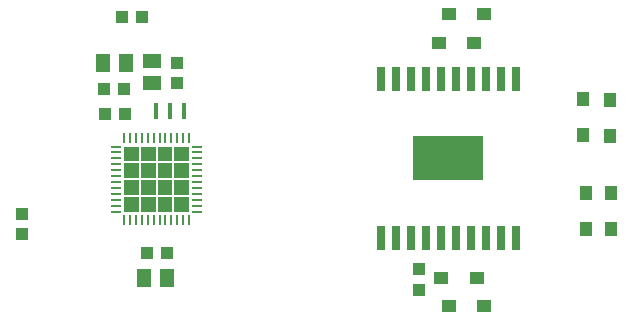
<source format=gbr>
G04 EAGLE Gerber RS-274X export*
G75*
%MOMM*%
%FSLAX34Y34*%
%LPD*%
%INSolderpaste Bottom*%
%IPPOS*%
%AMOC8*
5,1,8,0,0,1.08239X$1,22.5*%
G01*
%ADD10R,0.400000X1.399997*%
%ADD11R,0.254000X0.812800*%
%ADD12R,0.812800X0.254000*%
%ADD13R,1.100000X1.000000*%
%ADD14R,1.500000X1.300000*%
%ADD15R,1.300000X1.500000*%
%ADD16R,6.001059X3.800669*%
%ADD17R,0.700000X2.000000*%
%ADD18R,1.120000X1.240000*%
%ADD19R,1.000000X1.100000*%
%ADD20R,1.240000X1.120000*%

G36*
X169531Y201630D02*
X169531Y201630D01*
X169533Y201629D01*
X169576Y201649D01*
X169620Y201667D01*
X169621Y201669D01*
X169623Y201670D01*
X169656Y201755D01*
X169656Y213979D01*
X169655Y213981D01*
X169655Y213983D01*
X169636Y214026D01*
X169617Y214070D01*
X169615Y214071D01*
X169614Y214073D01*
X169529Y214106D01*
X157305Y214106D01*
X157303Y214105D01*
X157301Y214105D01*
X157258Y214086D01*
X157215Y214067D01*
X157214Y214065D01*
X157212Y214064D01*
X157179Y213979D01*
X157179Y201755D01*
X157180Y201753D01*
X157179Y201751D01*
X157199Y201708D01*
X157217Y201665D01*
X157219Y201664D01*
X157220Y201662D01*
X157305Y201629D01*
X169529Y201629D01*
X169531Y201630D01*
G37*
G36*
X155307Y201630D02*
X155307Y201630D01*
X155309Y201629D01*
X155352Y201649D01*
X155396Y201667D01*
X155397Y201669D01*
X155399Y201670D01*
X155432Y201755D01*
X155432Y213979D01*
X155431Y213981D01*
X155431Y213983D01*
X155412Y214026D01*
X155393Y214070D01*
X155391Y214071D01*
X155390Y214073D01*
X155305Y214106D01*
X143081Y214106D01*
X143079Y214105D01*
X143077Y214105D01*
X143034Y214086D01*
X142991Y214067D01*
X142990Y214065D01*
X142988Y214064D01*
X142955Y213979D01*
X142955Y201755D01*
X142956Y201753D01*
X142955Y201751D01*
X142975Y201708D01*
X142993Y201665D01*
X142995Y201664D01*
X142996Y201662D01*
X143081Y201629D01*
X155305Y201629D01*
X155307Y201630D01*
G37*
G36*
X141083Y201630D02*
X141083Y201630D01*
X141085Y201629D01*
X141128Y201649D01*
X141172Y201667D01*
X141173Y201669D01*
X141175Y201670D01*
X141208Y201755D01*
X141208Y213979D01*
X141207Y213981D01*
X141207Y213983D01*
X141188Y214026D01*
X141169Y214070D01*
X141167Y214071D01*
X141166Y214073D01*
X141081Y214106D01*
X128857Y214106D01*
X128855Y214105D01*
X128853Y214105D01*
X128810Y214086D01*
X128767Y214067D01*
X128766Y214065D01*
X128764Y214064D01*
X128731Y213979D01*
X128731Y201755D01*
X128732Y201753D01*
X128731Y201751D01*
X128751Y201708D01*
X128769Y201665D01*
X128771Y201664D01*
X128772Y201662D01*
X128857Y201629D01*
X141081Y201629D01*
X141083Y201630D01*
G37*
G36*
X126859Y201630D02*
X126859Y201630D01*
X126861Y201629D01*
X126904Y201649D01*
X126948Y201667D01*
X126949Y201669D01*
X126951Y201670D01*
X126984Y201755D01*
X126984Y213979D01*
X126983Y213981D01*
X126983Y213983D01*
X126964Y214026D01*
X126945Y214070D01*
X126943Y214071D01*
X126942Y214073D01*
X126857Y214106D01*
X114633Y214106D01*
X114631Y214105D01*
X114629Y214105D01*
X114586Y214086D01*
X114543Y214067D01*
X114542Y214065D01*
X114540Y214064D01*
X114507Y213979D01*
X114507Y201755D01*
X114508Y201753D01*
X114507Y201751D01*
X114527Y201708D01*
X114545Y201665D01*
X114547Y201664D01*
X114548Y201662D01*
X114633Y201629D01*
X126857Y201629D01*
X126859Y201630D01*
G37*
G36*
X169531Y187406D02*
X169531Y187406D01*
X169533Y187405D01*
X169576Y187425D01*
X169620Y187443D01*
X169621Y187445D01*
X169623Y187446D01*
X169656Y187531D01*
X169656Y199755D01*
X169655Y199757D01*
X169655Y199759D01*
X169636Y199802D01*
X169617Y199846D01*
X169615Y199847D01*
X169614Y199849D01*
X169529Y199882D01*
X157305Y199882D01*
X157303Y199881D01*
X157301Y199881D01*
X157258Y199862D01*
X157215Y199843D01*
X157214Y199841D01*
X157212Y199840D01*
X157179Y199755D01*
X157179Y187531D01*
X157180Y187529D01*
X157179Y187527D01*
X157199Y187484D01*
X157217Y187441D01*
X157219Y187440D01*
X157220Y187438D01*
X157305Y187405D01*
X169529Y187405D01*
X169531Y187406D01*
G37*
G36*
X126859Y187406D02*
X126859Y187406D01*
X126861Y187405D01*
X126904Y187425D01*
X126948Y187443D01*
X126949Y187445D01*
X126951Y187446D01*
X126984Y187531D01*
X126984Y199755D01*
X126983Y199757D01*
X126983Y199759D01*
X126964Y199802D01*
X126945Y199846D01*
X126943Y199847D01*
X126942Y199849D01*
X126857Y199882D01*
X114633Y199882D01*
X114631Y199881D01*
X114629Y199881D01*
X114586Y199862D01*
X114543Y199843D01*
X114542Y199841D01*
X114540Y199840D01*
X114507Y199755D01*
X114507Y187531D01*
X114508Y187529D01*
X114507Y187527D01*
X114527Y187484D01*
X114545Y187441D01*
X114547Y187440D01*
X114548Y187438D01*
X114633Y187405D01*
X126857Y187405D01*
X126859Y187406D01*
G37*
G36*
X141083Y187406D02*
X141083Y187406D01*
X141085Y187405D01*
X141128Y187425D01*
X141172Y187443D01*
X141173Y187445D01*
X141175Y187446D01*
X141208Y187531D01*
X141208Y199755D01*
X141207Y199757D01*
X141207Y199759D01*
X141188Y199802D01*
X141169Y199846D01*
X141167Y199847D01*
X141166Y199849D01*
X141081Y199882D01*
X128857Y199882D01*
X128855Y199881D01*
X128853Y199881D01*
X128810Y199862D01*
X128767Y199843D01*
X128766Y199841D01*
X128764Y199840D01*
X128731Y199755D01*
X128731Y187531D01*
X128732Y187529D01*
X128731Y187527D01*
X128751Y187484D01*
X128769Y187441D01*
X128771Y187440D01*
X128772Y187438D01*
X128857Y187405D01*
X141081Y187405D01*
X141083Y187406D01*
G37*
G36*
X155307Y187406D02*
X155307Y187406D01*
X155309Y187405D01*
X155352Y187425D01*
X155396Y187443D01*
X155397Y187445D01*
X155399Y187446D01*
X155432Y187531D01*
X155432Y199755D01*
X155431Y199757D01*
X155431Y199759D01*
X155412Y199802D01*
X155393Y199846D01*
X155391Y199847D01*
X155390Y199849D01*
X155305Y199882D01*
X143081Y199882D01*
X143079Y199881D01*
X143077Y199881D01*
X143034Y199862D01*
X142991Y199843D01*
X142990Y199841D01*
X142988Y199840D01*
X142955Y199755D01*
X142955Y187531D01*
X142956Y187529D01*
X142955Y187527D01*
X142975Y187484D01*
X142993Y187441D01*
X142995Y187440D01*
X142996Y187438D01*
X143081Y187405D01*
X155305Y187405D01*
X155307Y187406D01*
G37*
G36*
X141083Y173182D02*
X141083Y173182D01*
X141085Y173181D01*
X141128Y173201D01*
X141172Y173219D01*
X141173Y173221D01*
X141175Y173222D01*
X141208Y173307D01*
X141208Y185531D01*
X141207Y185533D01*
X141207Y185535D01*
X141188Y185578D01*
X141169Y185622D01*
X141167Y185623D01*
X141166Y185625D01*
X141081Y185658D01*
X128857Y185658D01*
X128855Y185657D01*
X128853Y185657D01*
X128810Y185638D01*
X128767Y185619D01*
X128766Y185617D01*
X128764Y185616D01*
X128731Y185531D01*
X128731Y173307D01*
X128732Y173305D01*
X128731Y173303D01*
X128751Y173260D01*
X128769Y173217D01*
X128771Y173216D01*
X128772Y173214D01*
X128857Y173181D01*
X141081Y173181D01*
X141083Y173182D01*
G37*
G36*
X169531Y173182D02*
X169531Y173182D01*
X169533Y173181D01*
X169576Y173201D01*
X169620Y173219D01*
X169621Y173221D01*
X169623Y173222D01*
X169656Y173307D01*
X169656Y185531D01*
X169655Y185533D01*
X169655Y185535D01*
X169636Y185578D01*
X169617Y185622D01*
X169615Y185623D01*
X169614Y185625D01*
X169529Y185658D01*
X157305Y185658D01*
X157303Y185657D01*
X157301Y185657D01*
X157258Y185638D01*
X157215Y185619D01*
X157214Y185617D01*
X157212Y185616D01*
X157179Y185531D01*
X157179Y173307D01*
X157180Y173305D01*
X157179Y173303D01*
X157199Y173260D01*
X157217Y173217D01*
X157219Y173216D01*
X157220Y173214D01*
X157305Y173181D01*
X169529Y173181D01*
X169531Y173182D01*
G37*
G36*
X155307Y173182D02*
X155307Y173182D01*
X155309Y173181D01*
X155352Y173201D01*
X155396Y173219D01*
X155397Y173221D01*
X155399Y173222D01*
X155432Y173307D01*
X155432Y185531D01*
X155431Y185533D01*
X155431Y185535D01*
X155412Y185578D01*
X155393Y185622D01*
X155391Y185623D01*
X155390Y185625D01*
X155305Y185658D01*
X143081Y185658D01*
X143079Y185657D01*
X143077Y185657D01*
X143034Y185638D01*
X142991Y185619D01*
X142990Y185617D01*
X142988Y185616D01*
X142955Y185531D01*
X142955Y173307D01*
X142956Y173305D01*
X142955Y173303D01*
X142975Y173260D01*
X142993Y173217D01*
X142995Y173216D01*
X142996Y173214D01*
X143081Y173181D01*
X155305Y173181D01*
X155307Y173182D01*
G37*
G36*
X126859Y173182D02*
X126859Y173182D01*
X126861Y173181D01*
X126904Y173201D01*
X126948Y173219D01*
X126949Y173221D01*
X126951Y173222D01*
X126984Y173307D01*
X126984Y185531D01*
X126983Y185533D01*
X126983Y185535D01*
X126964Y185578D01*
X126945Y185622D01*
X126943Y185623D01*
X126942Y185625D01*
X126857Y185658D01*
X114633Y185658D01*
X114631Y185657D01*
X114629Y185657D01*
X114586Y185638D01*
X114543Y185619D01*
X114542Y185617D01*
X114540Y185616D01*
X114507Y185531D01*
X114507Y173307D01*
X114508Y173305D01*
X114507Y173303D01*
X114527Y173260D01*
X114545Y173217D01*
X114547Y173216D01*
X114548Y173214D01*
X114633Y173181D01*
X126857Y173181D01*
X126859Y173182D01*
G37*
G36*
X155307Y158958D02*
X155307Y158958D01*
X155309Y158957D01*
X155352Y158977D01*
X155396Y158995D01*
X155397Y158997D01*
X155399Y158998D01*
X155432Y159083D01*
X155432Y171307D01*
X155431Y171309D01*
X155431Y171311D01*
X155412Y171354D01*
X155393Y171398D01*
X155391Y171399D01*
X155390Y171401D01*
X155305Y171434D01*
X143081Y171434D01*
X143079Y171433D01*
X143077Y171433D01*
X143034Y171414D01*
X142991Y171395D01*
X142990Y171393D01*
X142988Y171392D01*
X142955Y171307D01*
X142955Y159083D01*
X142956Y159081D01*
X142955Y159079D01*
X142975Y159036D01*
X142993Y158993D01*
X142995Y158992D01*
X142996Y158990D01*
X143081Y158957D01*
X155305Y158957D01*
X155307Y158958D01*
G37*
G36*
X141083Y158958D02*
X141083Y158958D01*
X141085Y158957D01*
X141128Y158977D01*
X141172Y158995D01*
X141173Y158997D01*
X141175Y158998D01*
X141208Y159083D01*
X141208Y171307D01*
X141207Y171309D01*
X141207Y171311D01*
X141188Y171354D01*
X141169Y171398D01*
X141167Y171399D01*
X141166Y171401D01*
X141081Y171434D01*
X128857Y171434D01*
X128855Y171433D01*
X128853Y171433D01*
X128810Y171414D01*
X128767Y171395D01*
X128766Y171393D01*
X128764Y171392D01*
X128731Y171307D01*
X128731Y159083D01*
X128732Y159081D01*
X128731Y159079D01*
X128751Y159036D01*
X128769Y158993D01*
X128771Y158992D01*
X128772Y158990D01*
X128857Y158957D01*
X141081Y158957D01*
X141083Y158958D01*
G37*
G36*
X126859Y158958D02*
X126859Y158958D01*
X126861Y158957D01*
X126904Y158977D01*
X126948Y158995D01*
X126949Y158997D01*
X126951Y158998D01*
X126984Y159083D01*
X126984Y171307D01*
X126983Y171309D01*
X126983Y171311D01*
X126964Y171354D01*
X126945Y171398D01*
X126943Y171399D01*
X126942Y171401D01*
X126857Y171434D01*
X114633Y171434D01*
X114631Y171433D01*
X114629Y171433D01*
X114586Y171414D01*
X114543Y171395D01*
X114542Y171393D01*
X114540Y171392D01*
X114507Y171307D01*
X114507Y159083D01*
X114508Y159081D01*
X114507Y159079D01*
X114527Y159036D01*
X114545Y158993D01*
X114547Y158992D01*
X114548Y158990D01*
X114633Y158957D01*
X126857Y158957D01*
X126859Y158958D01*
G37*
G36*
X169531Y158958D02*
X169531Y158958D01*
X169533Y158957D01*
X169576Y158977D01*
X169620Y158995D01*
X169621Y158997D01*
X169623Y158998D01*
X169656Y159083D01*
X169656Y171307D01*
X169655Y171309D01*
X169655Y171311D01*
X169636Y171354D01*
X169617Y171398D01*
X169615Y171399D01*
X169614Y171401D01*
X169529Y171434D01*
X157305Y171434D01*
X157303Y171433D01*
X157301Y171433D01*
X157258Y171414D01*
X157215Y171395D01*
X157214Y171393D01*
X157212Y171392D01*
X157179Y171307D01*
X157179Y159083D01*
X157180Y159081D01*
X157179Y159079D01*
X157199Y159036D01*
X157217Y158993D01*
X157219Y158992D01*
X157220Y158990D01*
X157305Y158957D01*
X169529Y158957D01*
X169531Y158958D01*
G37*
D10*
X165194Y244475D03*
X153194Y244475D03*
X141194Y244475D03*
D11*
X114574Y221075D03*
X119575Y221075D03*
X124577Y221075D03*
X129578Y221075D03*
X134579Y221075D03*
X139580Y221075D03*
X144582Y221075D03*
X149583Y221075D03*
X154584Y221075D03*
X159585Y221075D03*
X164587Y221075D03*
X169588Y221075D03*
D12*
X176625Y214038D03*
X176625Y209037D03*
X176625Y204035D03*
X176625Y199034D03*
X176625Y194033D03*
X176625Y189032D03*
X176625Y184030D03*
X176625Y179029D03*
X176625Y174028D03*
X176625Y169027D03*
X176625Y164025D03*
X176625Y159024D03*
D11*
X169588Y151987D03*
X164587Y151987D03*
X159585Y151987D03*
X154584Y151987D03*
X149583Y151987D03*
X144582Y151987D03*
X139580Y151987D03*
X134579Y151987D03*
X129578Y151987D03*
X124577Y151987D03*
X119575Y151987D03*
X114574Y151987D03*
D12*
X107537Y159024D03*
X107537Y164025D03*
X107537Y169027D03*
X107537Y174028D03*
X107537Y179029D03*
X107537Y184030D03*
X107537Y189032D03*
X107537Y194033D03*
X107537Y199034D03*
X107537Y204035D03*
X107537Y209037D03*
X107537Y214038D03*
D13*
X27781Y139931D03*
X27781Y156931D03*
X159544Y267725D03*
X159544Y284725D03*
X129944Y323850D03*
X112944Y323850D03*
X97863Y262731D03*
X114863Y262731D03*
X98656Y241300D03*
X115656Y241300D03*
X133581Y123825D03*
X150581Y123825D03*
D14*
X138113Y286519D03*
X138113Y267519D03*
D15*
X96863Y284956D03*
X115863Y284956D03*
X131788Y102394D03*
X150788Y102394D03*
D16*
X388932Y203990D03*
D17*
X446088Y136994D03*
X433388Y136994D03*
X420688Y136994D03*
X407988Y136994D03*
X395288Y136994D03*
X382588Y136994D03*
X369888Y136994D03*
X357188Y136994D03*
X344488Y136994D03*
X331788Y136994D03*
X331788Y270994D03*
X344488Y270994D03*
X357188Y270994D03*
X369888Y270994D03*
X382588Y270994D03*
X395288Y270994D03*
X407988Y270994D03*
X420688Y270994D03*
X433388Y270994D03*
X446088Y270994D03*
D18*
X505619Y174544D03*
X505619Y144544D03*
D19*
X364331Y110005D03*
X364331Y93005D03*
D18*
X503238Y223919D03*
X503238Y253919D03*
X526256Y223125D03*
X526256Y253125D03*
X527050Y174544D03*
X527050Y144544D03*
D20*
X419556Y79280D03*
X389556Y79280D03*
X410825Y301720D03*
X380825Y301720D03*
X419276Y326485D03*
X389276Y326485D03*
X413206Y103188D03*
X383206Y103188D03*
M02*

</source>
